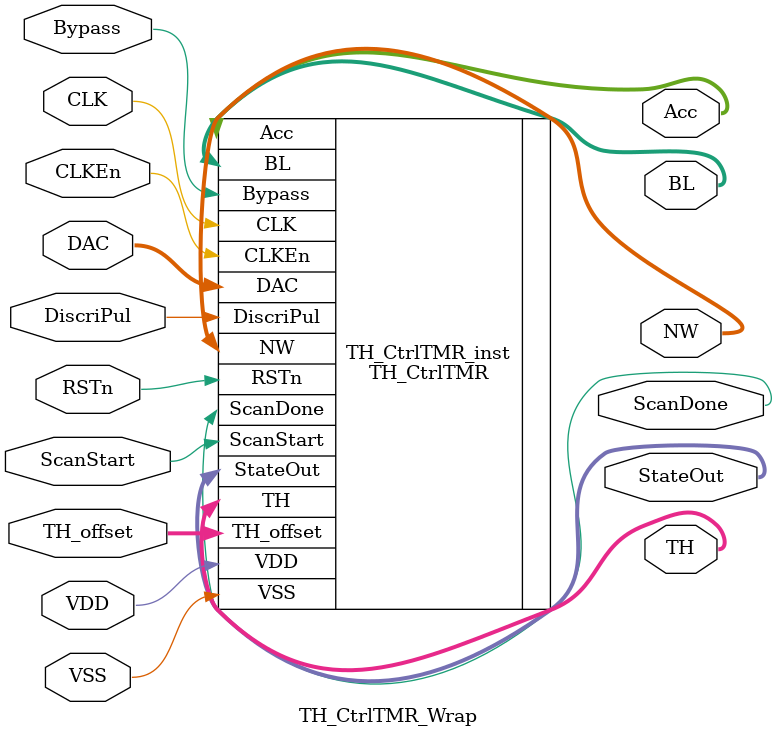
<source format=v>

module TH_CtrlTMR_Wrap(
     CLK,
     RSTn,
     DiscriPul,
     Bypass,
     CLKEn,
     ScanStart,
     ScanDone,
     DAC,
     TH_offset,
     TH,
     BL,
     NW,
     Acc,
     StateOut,
	VDD, VSS
);

input CLK;
input RSTn;
input DiscriPul;
input Bypass;
input CLKEn;
input ScanStart;
output wire    ScanDone;
input [9:0] DAC;
input [5:0] TH_offset;
output wire   [9:0] TH;
output wire   [9:0] BL;
output wire   [3:0] NW;
output wire   [15:0] Acc;
output wire   [2:0] StateOut;
inout VDD, VSS;

TH_CtrlTMR TH_CtrlTMR_inst(
     .CLK(CLK),
     .RSTn(RSTn),
     .DiscriPul(DiscriPul),
     .Bypass(Bypass),
     .CLKEn(CLKEn),
     .ScanStart(ScanStart),
     .ScanDone(ScanDone),
     .DAC(DAC),
     .TH_offset(TH_offset),
     .TH(TH),
     .BL(BL),
     .NW(NW),
     .Acc(Acc),
     .StateOut(StateOut),
     .VDD(VDD), 
     .VSS(VSS)
);

endmodule

</source>
